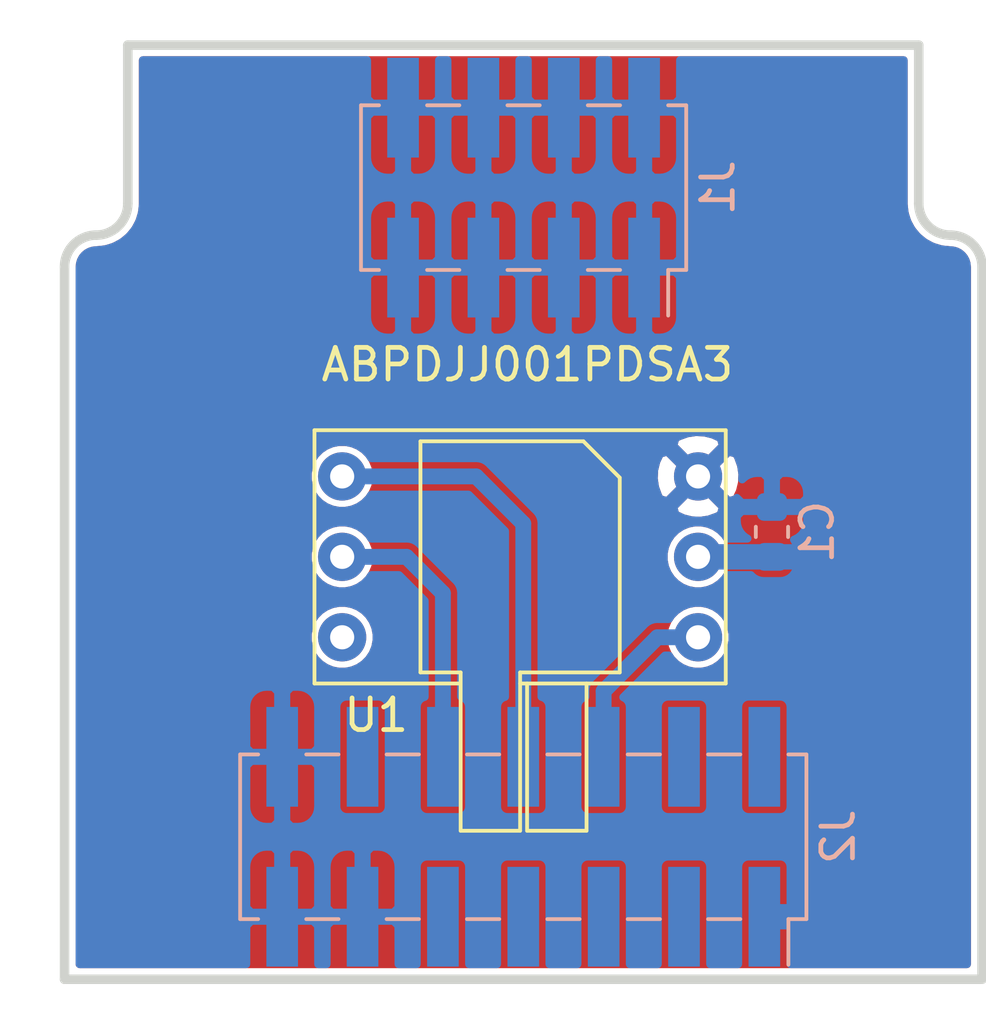
<source format=kicad_pcb>
(kicad_pcb (version 20171130) (host pcbnew 5.1.5-52549c5~86~ubuntu16.04.1)

  (general
    (thickness 1.6)
    (drawings 11)
    (tracks 17)
    (zones 0)
    (modules 4)
    (nets 12)
  )

  (page A4)
  (layers
    (0 F.Cu signal)
    (1 In1.Cu signal)
    (2 In2.Cu signal)
    (31 B.Cu signal)
    (32 B.Adhes user)
    (33 F.Adhes user)
    (34 B.Paste user)
    (35 F.Paste user)
    (36 B.SilkS user)
    (37 F.SilkS user)
    (38 B.Mask user)
    (39 F.Mask user)
    (40 Dwgs.User user)
    (41 Cmts.User user)
    (42 Eco1.User user)
    (43 Eco2.User user)
    (44 Edge.Cuts user)
    (45 Margin user)
    (46 B.CrtYd user)
    (47 F.CrtYd user)
    (48 B.Fab user hide)
    (49 F.Fab user hide)
  )

  (setup
    (last_trace_width 0.8)
    (user_trace_width 0.2)
    (user_trace_width 0.3)
    (user_trace_width 0.4)
    (user_trace_width 0.5)
    (user_trace_width 0.8)
    (user_trace_width 1)
    (user_trace_width 1.5)
    (user_trace_width 2)
    (user_trace_width 3)
    (trace_clearance 0.2)
    (zone_clearance 0.2)
    (zone_45_only yes)
    (trace_min 0.2)
    (via_size 0.8)
    (via_drill 0.4)
    (via_min_size 0.3)
    (via_min_drill 0.3)
    (user_via 0.6 0.3)
    (user_via 0.7 0.5)
    (user_via 1.2 0.8)
    (user_via 2 0.8)
    (uvia_size 0.8)
    (uvia_drill 0.4)
    (uvias_allowed no)
    (uvia_min_size 0.2)
    (uvia_min_drill 0.1)
    (edge_width 0.15)
    (segment_width 0.2)
    (pcb_text_width 0.3)
    (pcb_text_size 1.5 1.5)
    (mod_edge_width 0.15)
    (mod_text_size 1 1)
    (mod_text_width 0.15)
    (pad_size 0.6 1.65)
    (pad_drill 0)
    (pad_to_mask_clearance 0.2)
    (solder_mask_min_width 0.2)
    (aux_axis_origin 0 0)
    (visible_elements FFFFFF7F)
    (pcbplotparams
      (layerselection 0x010fc_ffffffff)
      (usegerberextensions false)
      (usegerberattributes false)
      (usegerberadvancedattributes false)
      (creategerberjobfile false)
      (excludeedgelayer true)
      (linewidth 0.100000)
      (plotframeref false)
      (viasonmask false)
      (mode 1)
      (useauxorigin false)
      (hpglpennumber 1)
      (hpglpenspeed 20)
      (hpglpendiameter 15.000000)
      (psnegative false)
      (psa4output false)
      (plotreference true)
      (plotvalue true)
      (plotinvisibletext false)
      (padsonsilk false)
      (subtractmaskfromsilk false)
      (outputformat 1)
      (mirror false)
      (drillshape 0)
      (scaleselection 1)
      (outputdirectory "gerber/"))
  )

  (net 0 "")
  (net 1 GND)
  (net 2 +5V)
  (net 3 +3V3)
  (net 4 /I2C_CLK)
  (net 5 /SPI_CS)
  (net 6 /I2C_SDA)
  (net 7 /SPI_CLK)
  (net 8 /Analog)
  (net 9 /SPI_MISO)
  (net 10 /SPI_MOSI)
  (net 11 "Net-(U1-Pad4)")

  (net_class Default "This is the default net class."
    (clearance 0.2)
    (trace_width 0.2)
    (via_dia 0.8)
    (via_drill 0.4)
    (uvia_dia 0.8)
    (uvia_drill 0.4)
    (add_net +3V3)
    (add_net +5V)
    (add_net /Analog)
    (add_net /I2C_CLK)
    (add_net /I2C_SDA)
    (add_net /SPI_CLK)
    (add_net /SPI_CS)
    (add_net /SPI_MISO)
    (add_net /SPI_MOSI)
    (add_net GND)
    (add_net "Net-(U1-Pad4)")
  )

  (module Connector_PinHeader_2.54mm:PinHeader_2x07_P2.54mm_Vertical_SMD (layer B.Cu) (tedit 59FED5CC) (tstamp 5EF49BE1)
    (at 112.95 55.08 90)
    (descr "surface-mounted straight pin header, 2x07, 2.54mm pitch, double rows")
    (tags "Surface mounted pin header SMD 2x07 2.54mm double row")
    (path /5EF420CD)
    (attr smd)
    (fp_text reference J2 (at 0 9.95 90) (layer B.SilkS)
      (effects (font (size 1 1) (thickness 0.15)) (justify mirror))
    )
    (fp_text value Conn_02x07_Odd_Even (at 0 -9.95 90) (layer B.Fab)
      (effects (font (size 1 1) (thickness 0.15)) (justify mirror))
    )
    (fp_line (start 2.54 -8.89) (end -2.54 -8.89) (layer B.Fab) (width 0.1))
    (fp_line (start -1.59 8.89) (end 2.54 8.89) (layer B.Fab) (width 0.1))
    (fp_line (start -2.54 -8.89) (end -2.54 7.94) (layer B.Fab) (width 0.1))
    (fp_line (start -2.54 7.94) (end -1.59 8.89) (layer B.Fab) (width 0.1))
    (fp_line (start 2.54 8.89) (end 2.54 -8.89) (layer B.Fab) (width 0.1))
    (fp_line (start -2.54 7.94) (end -3.6 7.94) (layer B.Fab) (width 0.1))
    (fp_line (start -3.6 7.94) (end -3.6 7.3) (layer B.Fab) (width 0.1))
    (fp_line (start -3.6 7.3) (end -2.54 7.3) (layer B.Fab) (width 0.1))
    (fp_line (start 2.54 7.94) (end 3.6 7.94) (layer B.Fab) (width 0.1))
    (fp_line (start 3.6 7.94) (end 3.6 7.3) (layer B.Fab) (width 0.1))
    (fp_line (start 3.6 7.3) (end 2.54 7.3) (layer B.Fab) (width 0.1))
    (fp_line (start -2.54 5.4) (end -3.6 5.4) (layer B.Fab) (width 0.1))
    (fp_line (start -3.6 5.4) (end -3.6 4.76) (layer B.Fab) (width 0.1))
    (fp_line (start -3.6 4.76) (end -2.54 4.76) (layer B.Fab) (width 0.1))
    (fp_line (start 2.54 5.4) (end 3.6 5.4) (layer B.Fab) (width 0.1))
    (fp_line (start 3.6 5.4) (end 3.6 4.76) (layer B.Fab) (width 0.1))
    (fp_line (start 3.6 4.76) (end 2.54 4.76) (layer B.Fab) (width 0.1))
    (fp_line (start -2.54 2.86) (end -3.6 2.86) (layer B.Fab) (width 0.1))
    (fp_line (start -3.6 2.86) (end -3.6 2.22) (layer B.Fab) (width 0.1))
    (fp_line (start -3.6 2.22) (end -2.54 2.22) (layer B.Fab) (width 0.1))
    (fp_line (start 2.54 2.86) (end 3.6 2.86) (layer B.Fab) (width 0.1))
    (fp_line (start 3.6 2.86) (end 3.6 2.22) (layer B.Fab) (width 0.1))
    (fp_line (start 3.6 2.22) (end 2.54 2.22) (layer B.Fab) (width 0.1))
    (fp_line (start -2.54 0.32) (end -3.6 0.32) (layer B.Fab) (width 0.1))
    (fp_line (start -3.6 0.32) (end -3.6 -0.32) (layer B.Fab) (width 0.1))
    (fp_line (start -3.6 -0.32) (end -2.54 -0.32) (layer B.Fab) (width 0.1))
    (fp_line (start 2.54 0.32) (end 3.6 0.32) (layer B.Fab) (width 0.1))
    (fp_line (start 3.6 0.32) (end 3.6 -0.32) (layer B.Fab) (width 0.1))
    (fp_line (start 3.6 -0.32) (end 2.54 -0.32) (layer B.Fab) (width 0.1))
    (fp_line (start -2.54 -2.22) (end -3.6 -2.22) (layer B.Fab) (width 0.1))
    (fp_line (start -3.6 -2.22) (end -3.6 -2.86) (layer B.Fab) (width 0.1))
    (fp_line (start -3.6 -2.86) (end -2.54 -2.86) (layer B.Fab) (width 0.1))
    (fp_line (start 2.54 -2.22) (end 3.6 -2.22) (layer B.Fab) (width 0.1))
    (fp_line (start 3.6 -2.22) (end 3.6 -2.86) (layer B.Fab) (width 0.1))
    (fp_line (start 3.6 -2.86) (end 2.54 -2.86) (layer B.Fab) (width 0.1))
    (fp_line (start -2.54 -4.76) (end -3.6 -4.76) (layer B.Fab) (width 0.1))
    (fp_line (start -3.6 -4.76) (end -3.6 -5.4) (layer B.Fab) (width 0.1))
    (fp_line (start -3.6 -5.4) (end -2.54 -5.4) (layer B.Fab) (width 0.1))
    (fp_line (start 2.54 -4.76) (end 3.6 -4.76) (layer B.Fab) (width 0.1))
    (fp_line (start 3.6 -4.76) (end 3.6 -5.4) (layer B.Fab) (width 0.1))
    (fp_line (start 3.6 -5.4) (end 2.54 -5.4) (layer B.Fab) (width 0.1))
    (fp_line (start -2.54 -7.3) (end -3.6 -7.3) (layer B.Fab) (width 0.1))
    (fp_line (start -3.6 -7.3) (end -3.6 -7.94) (layer B.Fab) (width 0.1))
    (fp_line (start -3.6 -7.94) (end -2.54 -7.94) (layer B.Fab) (width 0.1))
    (fp_line (start 2.54 -7.3) (end 3.6 -7.3) (layer B.Fab) (width 0.1))
    (fp_line (start 3.6 -7.3) (end 3.6 -7.94) (layer B.Fab) (width 0.1))
    (fp_line (start 3.6 -7.94) (end 2.54 -7.94) (layer B.Fab) (width 0.1))
    (fp_line (start -2.6 8.95) (end 2.6 8.95) (layer B.SilkS) (width 0.12))
    (fp_line (start -2.6 -8.95) (end 2.6 -8.95) (layer B.SilkS) (width 0.12))
    (fp_line (start -4.04 8.38) (end -2.6 8.38) (layer B.SilkS) (width 0.12))
    (fp_line (start -2.6 8.95) (end -2.6 8.38) (layer B.SilkS) (width 0.12))
    (fp_line (start 2.6 8.95) (end 2.6 8.38) (layer B.SilkS) (width 0.12))
    (fp_line (start -2.6 -8.38) (end -2.6 -8.95) (layer B.SilkS) (width 0.12))
    (fp_line (start 2.6 -8.38) (end 2.6 -8.95) (layer B.SilkS) (width 0.12))
    (fp_line (start -2.6 6.86) (end -2.6 5.84) (layer B.SilkS) (width 0.12))
    (fp_line (start 2.6 6.86) (end 2.6 5.84) (layer B.SilkS) (width 0.12))
    (fp_line (start -2.6 4.32) (end -2.6 3.3) (layer B.SilkS) (width 0.12))
    (fp_line (start 2.6 4.32) (end 2.6 3.3) (layer B.SilkS) (width 0.12))
    (fp_line (start -2.6 1.78) (end -2.6 0.76) (layer B.SilkS) (width 0.12))
    (fp_line (start 2.6 1.78) (end 2.6 0.76) (layer B.SilkS) (width 0.12))
    (fp_line (start -2.6 -0.76) (end -2.6 -1.78) (layer B.SilkS) (width 0.12))
    (fp_line (start 2.6 -0.76) (end 2.6 -1.78) (layer B.SilkS) (width 0.12))
    (fp_line (start -2.6 -3.3) (end -2.6 -4.32) (layer B.SilkS) (width 0.12))
    (fp_line (start 2.6 -3.3) (end 2.6 -4.32) (layer B.SilkS) (width 0.12))
    (fp_line (start -2.6 -5.84) (end -2.6 -6.86) (layer B.SilkS) (width 0.12))
    (fp_line (start 2.6 -5.84) (end 2.6 -6.86) (layer B.SilkS) (width 0.12))
    (fp_line (start -5.9 9.4) (end -5.9 -9.4) (layer B.CrtYd) (width 0.05))
    (fp_line (start -5.9 -9.4) (end 5.9 -9.4) (layer B.CrtYd) (width 0.05))
    (fp_line (start 5.9 -9.4) (end 5.9 9.4) (layer B.CrtYd) (width 0.05))
    (fp_line (start 5.9 9.4) (end -5.9 9.4) (layer B.CrtYd) (width 0.05))
    (fp_text user %R (at 0 0 180) (layer B.Fab)
      (effects (font (size 1 1) (thickness 0.15)) (justify mirror))
    )
    (pad 1 smd rect (at -2.525 7.62 90) (size 3.15 1) (layers B.Cu B.Paste B.Mask)
      (net 3 +3V3))
    (pad 2 smd rect (at 2.525 7.62 90) (size 3.15 1) (layers B.Cu B.Paste B.Mask)
      (net 2 +5V))
    (pad 3 smd rect (at -2.525 5.08 90) (size 3.15 1) (layers B.Cu B.Paste B.Mask)
      (net 3 +3V3))
    (pad 4 smd rect (at 2.525 5.08 90) (size 3.15 1) (layers B.Cu B.Paste B.Mask)
      (net 2 +5V))
    (pad 5 smd rect (at -2.525 2.54 90) (size 3.15 1) (layers B.Cu B.Paste B.Mask)
      (net 4 /I2C_CLK))
    (pad 6 smd rect (at 2.525 2.54 90) (size 3.15 1) (layers B.Cu B.Paste B.Mask)
      (net 5 /SPI_CS))
    (pad 7 smd rect (at -2.525 0 90) (size 3.15 1) (layers B.Cu B.Paste B.Mask)
      (net 6 /I2C_SDA))
    (pad 8 smd rect (at 2.525 0 90) (size 3.15 1) (layers B.Cu B.Paste B.Mask)
      (net 7 /SPI_CLK))
    (pad 9 smd rect (at -2.525 -2.54 90) (size 3.15 1) (layers B.Cu B.Paste B.Mask)
      (net 8 /Analog))
    (pad 10 smd rect (at 2.525 -2.54 90) (size 3.15 1) (layers B.Cu B.Paste B.Mask)
      (net 9 /SPI_MISO))
    (pad 11 smd rect (at -2.525 -5.08 90) (size 3.15 1) (layers B.Cu B.Paste B.Mask)
      (net 1 GND))
    (pad 12 smd rect (at 2.525 -5.08 90) (size 3.15 1) (layers B.Cu B.Paste B.Mask)
      (net 10 /SPI_MOSI))
    (pad 13 smd rect (at -2.525 -7.62 90) (size 3.15 1) (layers B.Cu B.Paste B.Mask)
      (net 1 GND))
    (pad 14 smd rect (at 2.525 -7.62 90) (size 3.15 1) (layers B.Cu B.Paste B.Mask)
      (net 1 GND))
    (model ${KISYS3DMOD}/Connector_PinHeader_2.54mm.3dshapes/PinHeader_2x07_P2.54mm_Vertical_SMD.wrl
      (at (xyz 0 0 0))
      (scale (xyz 1 1 1))
      (rotate (xyz 0 0 0))
    )
  )

  (module Connector_PinHeader_2.54mm:PinHeader_2x04_P2.54mm_Vertical_SMD locked (layer B.Cu) (tedit 59FED5CC) (tstamp 5EF49E0D)
    (at 112.96 34.58 90)
    (descr "surface-mounted straight pin header, 2x04, 2.54mm pitch, double rows")
    (tags "Surface mounted pin header SMD 2x04 2.54mm double row")
    (path /5EF3F442)
    (attr smd)
    (fp_text reference J1 (at 0 6.14 90) (layer B.SilkS)
      (effects (font (size 1 1) (thickness 0.15)) (justify mirror))
    )
    (fp_text value Conn_02x04_Odd_Even (at 0 -6.14 90) (layer B.Fab)
      (effects (font (size 1 1) (thickness 0.15)) (justify mirror))
    )
    (fp_line (start 2.54 -5.08) (end -2.54 -5.08) (layer B.Fab) (width 0.1))
    (fp_line (start -1.59 5.08) (end 2.54 5.08) (layer B.Fab) (width 0.1))
    (fp_line (start -2.54 -5.08) (end -2.54 4.13) (layer B.Fab) (width 0.1))
    (fp_line (start -2.54 4.13) (end -1.59 5.08) (layer B.Fab) (width 0.1))
    (fp_line (start 2.54 5.08) (end 2.54 -5.08) (layer B.Fab) (width 0.1))
    (fp_line (start -2.54 4.13) (end -3.6 4.13) (layer B.Fab) (width 0.1))
    (fp_line (start -3.6 4.13) (end -3.6 3.49) (layer B.Fab) (width 0.1))
    (fp_line (start -3.6 3.49) (end -2.54 3.49) (layer B.Fab) (width 0.1))
    (fp_line (start 2.54 4.13) (end 3.6 4.13) (layer B.Fab) (width 0.1))
    (fp_line (start 3.6 4.13) (end 3.6 3.49) (layer B.Fab) (width 0.1))
    (fp_line (start 3.6 3.49) (end 2.54 3.49) (layer B.Fab) (width 0.1))
    (fp_line (start -2.54 1.59) (end -3.6 1.59) (layer B.Fab) (width 0.1))
    (fp_line (start -3.6 1.59) (end -3.6 0.95) (layer B.Fab) (width 0.1))
    (fp_line (start -3.6 0.95) (end -2.54 0.95) (layer B.Fab) (width 0.1))
    (fp_line (start 2.54 1.59) (end 3.6 1.59) (layer B.Fab) (width 0.1))
    (fp_line (start 3.6 1.59) (end 3.6 0.95) (layer B.Fab) (width 0.1))
    (fp_line (start 3.6 0.95) (end 2.54 0.95) (layer B.Fab) (width 0.1))
    (fp_line (start -2.54 -0.95) (end -3.6 -0.95) (layer B.Fab) (width 0.1))
    (fp_line (start -3.6 -0.95) (end -3.6 -1.59) (layer B.Fab) (width 0.1))
    (fp_line (start -3.6 -1.59) (end -2.54 -1.59) (layer B.Fab) (width 0.1))
    (fp_line (start 2.54 -0.95) (end 3.6 -0.95) (layer B.Fab) (width 0.1))
    (fp_line (start 3.6 -0.95) (end 3.6 -1.59) (layer B.Fab) (width 0.1))
    (fp_line (start 3.6 -1.59) (end 2.54 -1.59) (layer B.Fab) (width 0.1))
    (fp_line (start -2.54 -3.49) (end -3.6 -3.49) (layer B.Fab) (width 0.1))
    (fp_line (start -3.6 -3.49) (end -3.6 -4.13) (layer B.Fab) (width 0.1))
    (fp_line (start -3.6 -4.13) (end -2.54 -4.13) (layer B.Fab) (width 0.1))
    (fp_line (start 2.54 -3.49) (end 3.6 -3.49) (layer B.Fab) (width 0.1))
    (fp_line (start 3.6 -3.49) (end 3.6 -4.13) (layer B.Fab) (width 0.1))
    (fp_line (start 3.6 -4.13) (end 2.54 -4.13) (layer B.Fab) (width 0.1))
    (fp_line (start -2.6 5.14) (end 2.6 5.14) (layer B.SilkS) (width 0.12))
    (fp_line (start -2.6 -5.14) (end 2.6 -5.14) (layer B.SilkS) (width 0.12))
    (fp_line (start -4.04 4.57) (end -2.6 4.57) (layer B.SilkS) (width 0.12))
    (fp_line (start -2.6 5.14) (end -2.6 4.57) (layer B.SilkS) (width 0.12))
    (fp_line (start 2.6 5.14) (end 2.6 4.57) (layer B.SilkS) (width 0.12))
    (fp_line (start -2.6 -4.57) (end -2.6 -5.14) (layer B.SilkS) (width 0.12))
    (fp_line (start 2.6 -4.57) (end 2.6 -5.14) (layer B.SilkS) (width 0.12))
    (fp_line (start -2.6 3.05) (end -2.6 2.03) (layer B.SilkS) (width 0.12))
    (fp_line (start 2.6 3.05) (end 2.6 2.03) (layer B.SilkS) (width 0.12))
    (fp_line (start -2.6 0.51) (end -2.6 -0.51) (layer B.SilkS) (width 0.12))
    (fp_line (start 2.6 0.51) (end 2.6 -0.51) (layer B.SilkS) (width 0.12))
    (fp_line (start -2.6 -2.03) (end -2.6 -3.05) (layer B.SilkS) (width 0.12))
    (fp_line (start 2.6 -2.03) (end 2.6 -3.05) (layer B.SilkS) (width 0.12))
    (fp_line (start -5.9 5.6) (end -5.9 -5.6) (layer B.CrtYd) (width 0.05))
    (fp_line (start -5.9 -5.6) (end 5.9 -5.6) (layer B.CrtYd) (width 0.05))
    (fp_line (start 5.9 -5.6) (end 5.9 5.6) (layer B.CrtYd) (width 0.05))
    (fp_line (start 5.9 5.6) (end -5.9 5.6) (layer B.CrtYd) (width 0.05))
    (fp_text user %R (at 0 0 180) (layer B.Fab)
      (effects (font (size 1 1) (thickness 0.15)) (justify mirror))
    )
    (pad 1 smd rect (at -2.525 3.81 90) (size 3.15 1) (layers B.Cu B.Paste B.Mask)
      (net 1 GND))
    (pad 2 smd rect (at 2.525 3.81 90) (size 3.15 1) (layers B.Cu B.Paste B.Mask)
      (net 1 GND))
    (pad 3 smd rect (at -2.525 1.27 90) (size 3.15 1) (layers B.Cu B.Paste B.Mask)
      (net 1 GND))
    (pad 4 smd rect (at 2.525 1.27 90) (size 3.15 1) (layers B.Cu B.Paste B.Mask)
      (net 1 GND))
    (pad 5 smd rect (at -2.525 -1.27 90) (size 3.15 1) (layers B.Cu B.Paste B.Mask)
      (net 1 GND))
    (pad 6 smd rect (at 2.525 -1.27 90) (size 3.15 1) (layers B.Cu B.Paste B.Mask)
      (net 1 GND))
    (pad 7 smd rect (at -2.525 -3.81 90) (size 3.15 1) (layers B.Cu B.Paste B.Mask)
      (net 1 GND))
    (pad 8 smd rect (at 2.525 -3.81 90) (size 3.15 1) (layers B.Cu B.Paste B.Mask)
      (net 1 GND))
    (model ${KISYS3DMOD}/Connector_PinHeader_2.54mm.3dshapes/PinHeader_2x04_P2.54mm_Vertical_SMD.wrl
      (at (xyz 0 0 0))
      (scale (xyz 1 1 1))
      (rotate (xyz 0 0 0))
    )
  )

  (module Capacitor_SMD:C_0603_1608Metric (layer B.Cu) (tedit 5B301BBE) (tstamp 5F06A424)
    (at 120.81 45.4525 90)
    (descr "Capacitor SMD 0603 (1608 Metric), square (rectangular) end terminal, IPC_7351 nominal, (Body size source: http://www.tortai-tech.com/upload/download/2011102023233369053.pdf), generated with kicad-footprint-generator")
    (tags capacitor)
    (path /5EF4B509)
    (attr smd)
    (fp_text reference C1 (at 0 1.43 90) (layer B.SilkS)
      (effects (font (size 1 1) (thickness 0.15)) (justify mirror))
    )
    (fp_text value 0.1u (at 0 -1.43 90) (layer B.Fab)
      (effects (font (size 1 1) (thickness 0.15)) (justify mirror))
    )
    (fp_line (start -0.8 -0.4) (end -0.8 0.4) (layer B.Fab) (width 0.1))
    (fp_line (start -0.8 0.4) (end 0.8 0.4) (layer B.Fab) (width 0.1))
    (fp_line (start 0.8 0.4) (end 0.8 -0.4) (layer B.Fab) (width 0.1))
    (fp_line (start 0.8 -0.4) (end -0.8 -0.4) (layer B.Fab) (width 0.1))
    (fp_line (start -0.162779 0.51) (end 0.162779 0.51) (layer B.SilkS) (width 0.12))
    (fp_line (start -0.162779 -0.51) (end 0.162779 -0.51) (layer B.SilkS) (width 0.12))
    (fp_line (start -1.48 -0.73) (end -1.48 0.73) (layer B.CrtYd) (width 0.05))
    (fp_line (start -1.48 0.73) (end 1.48 0.73) (layer B.CrtYd) (width 0.05))
    (fp_line (start 1.48 0.73) (end 1.48 -0.73) (layer B.CrtYd) (width 0.05))
    (fp_line (start 1.48 -0.73) (end -1.48 -0.73) (layer B.CrtYd) (width 0.05))
    (fp_text user %R (at 0 0 90) (layer B.Fab)
      (effects (font (size 0.4 0.4) (thickness 0.06)) (justify mirror))
    )
    (pad 1 smd roundrect (at -0.7875 0 90) (size 0.875 0.95) (layers B.Cu B.Paste B.Mask) (roundrect_rratio 0.25)
      (net 3 +3V3))
    (pad 2 smd roundrect (at 0.7875 0 90) (size 0.875 0.95) (layers B.Cu B.Paste B.Mask) (roundrect_rratio 0.25)
      (net 1 GND))
    (model ${KISYS3DMOD}/Capacitor_SMD.3dshapes/C_0603_1608Metric.wrl
      (at (xyz 0 0 0))
      (scale (xyz 1 1 1))
      (rotate (xyz 0 0 0))
    )
  )

  (module TH_project:DIP_JJ (layer F.Cu) (tedit 5F06AB2C) (tstamp 5F06F625)
    (at 112.85 46.24 270)
    (path /5F06B6F0)
    (fp_text reference U1 (at 5 4.55) (layer F.SilkS)
      (effects (font (size 1 1) (thickness 0.15)))
    )
    (fp_text value ABPDJJ001PDSA3 (at 4.85 -3.2) (layer F.Fab)
      (effects (font (size 1 1) (thickness 0.15)))
    )
    (fp_line (start 4 -6.5) (end 4 0) (layer F.SilkS) (width 0.12))
    (fp_line (start 8.65 -0.22) (end 4 -0.22) (layer F.SilkS) (width 0.12))
    (fp_line (start 4 -2.1) (end 8.65 -2.1) (layer F.SilkS) (width 0.12))
    (fp_line (start 8.65 -2.1) (end 8.65 -0.22) (layer F.SilkS) (width 0.12))
    (fp_line (start 3.65 1.88) (end 3.65 3.15) (layer F.SilkS) (width 0.12))
    (fp_line (start 8.65 1.88) (end 3.65 1.88) (layer F.SilkS) (width 0.12))
    (fp_line (start 8.65 0) (end 8.65 1.88) (layer F.SilkS) (width 0.12))
    (fp_line (start 3.65 0) (end 8.65 0) (layer F.SilkS) (width 0.12))
    (fp_line (start -3.65 -2) (end -2.5 -3.15) (layer F.SilkS) (width 0.12))
    (fp_line (start -3.65 3.15) (end -3.65 -2) (layer F.SilkS) (width 0.12))
    (fp_line (start 3.65 3.15) (end -3.65 3.15) (layer F.SilkS) (width 0.12))
    (fp_line (start 3.65 -3.15) (end 3.65 0) (layer F.SilkS) (width 0.12))
    (fp_line (start -2.5 -3.15) (end 3.65 -3.15) (layer F.SilkS) (width 0.12))
    (fp_line (start -4 6.5) (end -4 -6.5) (layer F.SilkS) (width 0.12))
    (fp_line (start 4 6.5) (end -4 6.5) (layer F.SilkS) (width 0.12))
    (fp_line (start 4 1.9) (end 4 6.5) (layer F.SilkS) (width 0.12))
    (fp_line (start -4 -6.5) (end 4 -6.5) (layer F.SilkS) (width 0.12))
    (pad 6 thru_hole circle (at -2.54 5.625 270) (size 1.524 1.524) (drill 0.762) (layers *.Cu *.Mask)
      (net 7 /SPI_CLK))
    (pad 5 thru_hole circle (at 0 5.625 270) (size 1.524 1.524) (drill 0.762) (layers *.Cu *.Mask)
      (net 9 /SPI_MISO))
    (pad 4 thru_hole circle (at 2.54 5.625 270) (size 1.524 1.524) (drill 0.762) (layers *.Cu *.Mask)
      (net 11 "Net-(U1-Pad4)"))
    (pad 3 thru_hole circle (at 2.54 -5.625 270) (size 1.524 1.524) (drill 0.762) (layers *.Cu *.Mask)
      (net 5 /SPI_CS))
    (pad 2 thru_hole circle (at 0 -5.625 270) (size 1.524 1.524) (drill 0.762) (layers *.Cu *.Mask)
      (net 3 +3V3))
    (pad 1 thru_hole circle (at -2.54 -5.625 270) (size 1.524 1.524) (drill 0.762) (layers *.Cu *.Mask)
      (net 1 GND))
  )

  (gr_text ABPDJJ001PDSA3 (at 113.08 40.17) (layer F.SilkS)
    (effects (font (size 1 1) (thickness 0.15)))
  )
  (gr_arc (start 99.45 35.08) (end 99.45 36.08) (angle -90) (layer Edge.Cuts) (width 0.3) (tstamp 5EF415DC))
  (gr_arc (start 99.45 37.08) (end 99.45 36.08) (angle -90) (layer Edge.Cuts) (width 0.3) (tstamp 5EF415DB))
  (gr_line (start 100.45 35.08) (end 100.45 30.08) (layer Edge.Cuts) (width 0.3) (tstamp 5EF415DA))
  (gr_line (start 98.45 37.08) (end 98.45 59.58) (layer Edge.Cuts) (width 0.3) (tstamp 5EF415D9))
  (gr_line (start 100.45 30.08) (end 125.45 30.08) (layer Edge.Cuts) (width 0.3) (tstamp 5EF415D8))
  (gr_line (start 125.45 30.08) (end 125.45 35.08) (layer Edge.Cuts) (width 0.3) (tstamp 5EF415D7))
  (gr_arc (start 126.45 35.08) (end 125.45 35.08) (angle -90) (layer Edge.Cuts) (width 0.3) (tstamp 5EF415D6))
  (gr_arc (start 126.45 37.08) (end 127.45 37.08) (angle -90) (layer Edge.Cuts) (width 0.3) (tstamp 5EF415D5))
  (gr_line (start 127.45 37.08) (end 127.45 59.58) (layer Edge.Cuts) (width 0.3) (tstamp 5EF415D4))
  (gr_line (start 127.45 59.58) (end 98.45 59.58) (layer Edge.Cuts) (width 0.3) (tstamp 5EF415D3))

  (segment (start 120.81 46.24) (end 118.475 46.24) (width 0.8) (layer B.Cu) (net 3))
  (segment (start 121.82 46.24) (end 120.81 46.24) (width 0.8) (layer B.Cu) (net 3))
  (segment (start 120.57 57.605) (end 121.87 57.605) (width 0.8) (layer B.Cu) (net 3))
  (segment (start 121.87 57.605) (end 122.95 56.525) (width 0.8) (layer B.Cu) (net 3))
  (segment (start 122.95 56.525) (end 122.95 47.37) (width 0.8) (layer B.Cu) (net 3))
  (segment (start 122.95 47.37) (end 121.82 46.24) (width 0.8) (layer B.Cu) (net 3))
  (segment (start 115.49 53.81) (end 115.49 52.607919) (width 0.5) (layer B.Cu) (net 5))
  (segment (start 117.39737 48.78) (end 118.475 48.78) (width 0.5) (layer B.Cu) (net 5))
  (segment (start 115.49 50.48) (end 117.19 48.78) (width 0.5) (layer B.Cu) (net 5))
  (segment (start 117.19 48.78) (end 117.39737 48.78) (width 0.5) (layer B.Cu) (net 5))
  (segment (start 115.49 52.555) (end 115.49 50.48) (width 0.5) (layer B.Cu) (net 5))
  (segment (start 111.46 43.7) (end 107.225 43.7) (width 0.5) (layer B.Cu) (net 7))
  (segment (start 112.95 45.19) (end 111.46 43.7) (width 0.5) (layer B.Cu) (net 7))
  (segment (start 112.95 52.555) (end 112.95 45.19) (width 0.5) (layer B.Cu) (net 7))
  (segment (start 110.41 52.555) (end 110.41 47.39) (width 0.5) (layer B.Cu) (net 9))
  (segment (start 109.26 46.24) (end 107.225 46.24) (width 0.5) (layer B.Cu) (net 9))
  (segment (start 110.41 47.39) (end 109.26 46.24) (width 0.5) (layer B.Cu) (net 9))

  (zone (net 1) (net_name GND) (layer B.Cu) (tstamp 0) (hatch edge 0.508)
    (connect_pads (clearance 0.2))
    (min_thickness 0.254)
    (fill yes (arc_segments 32) (thermal_gap 0.508) (thermal_bridge_width 0.508))
    (polygon
      (pts
        (xy 127.45 59.6) (xy 96.41 59.6) (xy 96.41 30.01) (xy 127.45 30.01)
      )
    )
    (filled_polygon
      (pts
        (xy 108.015 31.76925) (xy 108.17375 31.928) (xy 109.023 31.928) (xy 109.023 31.908) (xy 109.277 31.908)
        (xy 109.277 31.928) (xy 110.12625 31.928) (xy 110.285 31.76925) (xy 110.287889 30.557) (xy 110.552111 30.557)
        (xy 110.555 31.76925) (xy 110.71375 31.928) (xy 111.563 31.928) (xy 111.563 31.908) (xy 111.817 31.908)
        (xy 111.817 31.928) (xy 112.66625 31.928) (xy 112.825 31.76925) (xy 112.827889 30.557) (xy 113.092111 30.557)
        (xy 113.095 31.76925) (xy 113.25375 31.928) (xy 114.103 31.928) (xy 114.103 31.908) (xy 114.357 31.908)
        (xy 114.357 31.928) (xy 115.20625 31.928) (xy 115.365 31.76925) (xy 115.367889 30.557) (xy 115.632111 30.557)
        (xy 115.635 31.76925) (xy 115.79375 31.928) (xy 116.643 31.928) (xy 116.643 31.908) (xy 116.897 31.908)
        (xy 116.897 31.928) (xy 117.74625 31.928) (xy 117.905 31.76925) (xy 117.907889 30.557) (xy 124.973 30.557)
        (xy 124.973001 35.103423) (xy 124.97503 35.124025) (xy 124.974987 35.130214) (xy 124.975637 35.136842) (xy 124.996038 35.330939)
        (xy 125.004734 35.373303) (xy 125.012832 35.415755) (xy 125.014756 35.422126) (xy 125.014757 35.422132) (xy 125.014759 35.422138)
        (xy 125.072469 35.608568) (xy 125.08922 35.648418) (xy 125.105417 35.688508) (xy 125.108542 35.694384) (xy 125.108544 35.694389)
        (xy 125.108547 35.694393) (xy 125.201369 35.866065) (xy 125.225564 35.901936) (xy 125.249218 35.938084) (xy 125.25342 35.943236)
        (xy 125.253426 35.943244) (xy 125.253433 35.943251) (xy 125.377832 36.093623) (xy 125.408498 36.124076) (xy 125.438756 36.154975)
        (xy 125.443882 36.159214) (xy 125.443888 36.15922) (xy 125.443895 36.159224) (xy 125.59513 36.282569) (xy 125.631133 36.306489)
        (xy 125.666812 36.33092) (xy 125.672666 36.334084) (xy 125.67267 36.334087) (xy 125.672674 36.334089) (xy 125.844993 36.425712)
        (xy 125.884972 36.44219) (xy 125.9247 36.459218) (xy 125.931056 36.461185) (xy 125.931063 36.461188) (xy 125.93107 36.461189)
        (xy 126.117898 36.517597) (xy 126.160337 36.526) (xy 126.202595 36.534983) (xy 126.209212 36.535677) (xy 126.20922 36.535679)
        (xy 126.209228 36.535679) (xy 126.403452 36.554723) (xy 126.551139 36.569204) (xy 126.648432 36.598579) (xy 126.738159 36.646287)
        (xy 126.816911 36.710517) (xy 126.88169 36.78882) (xy 126.930026 36.878216) (xy 126.960077 36.975296) (xy 126.973 37.098248)
        (xy 126.973001 59.103) (xy 121.398582 59.103) (xy 121.398582 56.03) (xy 121.392268 55.965897) (xy 121.37357 55.904257)
        (xy 121.343206 55.84745) (xy 121.302343 55.797657) (xy 121.25255 55.756794) (xy 121.195743 55.72643) (xy 121.134103 55.707732)
        (xy 121.07 55.701418) (xy 120.07 55.701418) (xy 120.005897 55.707732) (xy 119.944257 55.72643) (xy 119.88745 55.756794)
        (xy 119.837657 55.797657) (xy 119.796794 55.84745) (xy 119.76643 55.904257) (xy 119.747732 55.965897) (xy 119.741418 56.03)
        (xy 119.741418 59.103) (xy 118.858582 59.103) (xy 118.858582 56.03) (xy 118.852268 55.965897) (xy 118.83357 55.904257)
        (xy 118.803206 55.84745) (xy 118.762343 55.797657) (xy 118.71255 55.756794) (xy 118.655743 55.72643) (xy 118.594103 55.707732)
        (xy 118.53 55.701418) (xy 117.53 55.701418) (xy 117.465897 55.707732) (xy 117.404257 55.72643) (xy 117.34745 55.756794)
        (xy 117.297657 55.797657) (xy 117.256794 55.84745) (xy 117.22643 55.904257) (xy 117.207732 55.965897) (xy 117.201418 56.03)
        (xy 117.201418 59.103) (xy 116.318582 59.103) (xy 116.318582 56.03) (xy 116.312268 55.965897) (xy 116.29357 55.904257)
        (xy 116.263206 55.84745) (xy 116.222343 55.797657) (xy 116.17255 55.756794) (xy 116.115743 55.72643) (xy 116.054103 55.707732)
        (xy 115.99 55.701418) (xy 114.99 55.701418) (xy 114.925897 55.707732) (xy 114.864257 55.72643) (xy 114.80745 55.756794)
        (xy 114.757657 55.797657) (xy 114.716794 55.84745) (xy 114.68643 55.904257) (xy 114.667732 55.965897) (xy 114.661418 56.03)
        (xy 114.661418 59.103) (xy 113.778582 59.103) (xy 113.778582 56.03) (xy 113.772268 55.965897) (xy 113.75357 55.904257)
        (xy 113.723206 55.84745) (xy 113.682343 55.797657) (xy 113.63255 55.756794) (xy 113.575743 55.72643) (xy 113.514103 55.707732)
        (xy 113.45 55.701418) (xy 112.45 55.701418) (xy 112.385897 55.707732) (xy 112.324257 55.72643) (xy 112.26745 55.756794)
        (xy 112.217657 55.797657) (xy 112.176794 55.84745) (xy 112.14643 55.904257) (xy 112.127732 55.965897) (xy 112.121418 56.03)
        (xy 112.121418 59.103) (xy 111.238582 59.103) (xy 111.238582 56.03) (xy 111.232268 55.965897) (xy 111.21357 55.904257)
        (xy 111.183206 55.84745) (xy 111.142343 55.797657) (xy 111.09255 55.756794) (xy 111.035743 55.72643) (xy 110.974103 55.707732)
        (xy 110.91 55.701418) (xy 109.91 55.701418) (xy 109.845897 55.707732) (xy 109.784257 55.72643) (xy 109.72745 55.756794)
        (xy 109.677657 55.797657) (xy 109.636794 55.84745) (xy 109.60643 55.904257) (xy 109.587732 55.965897) (xy 109.581418 56.03)
        (xy 109.581418 59.103) (xy 109.007889 59.103) (xy 109.005 57.89075) (xy 108.84625 57.732) (xy 107.997 57.732)
        (xy 107.997 57.752) (xy 107.743 57.752) (xy 107.743 57.732) (xy 106.89375 57.732) (xy 106.735 57.89075)
        (xy 106.732111 59.103) (xy 106.467889 59.103) (xy 106.465 57.89075) (xy 106.30625 57.732) (xy 105.457 57.732)
        (xy 105.457 57.752) (xy 105.203 57.752) (xy 105.203 57.732) (xy 104.35375 57.732) (xy 104.195 57.89075)
        (xy 104.192111 59.103) (xy 98.927 59.103) (xy 98.927 56.03) (xy 104.191928 56.03) (xy 104.195 57.31925)
        (xy 104.35375 57.478) (xy 105.203 57.478) (xy 105.203 55.55375) (xy 105.457 55.55375) (xy 105.457 57.478)
        (xy 106.30625 57.478) (xy 106.465 57.31925) (xy 106.468072 56.03) (xy 106.731928 56.03) (xy 106.735 57.31925)
        (xy 106.89375 57.478) (xy 107.743 57.478) (xy 107.743 55.55375) (xy 107.997 55.55375) (xy 107.997 57.478)
        (xy 108.84625 57.478) (xy 109.005 57.31925) (xy 109.008072 56.03) (xy 108.995812 55.905518) (xy 108.959502 55.78582)
        (xy 108.900537 55.675506) (xy 108.821185 55.578815) (xy 108.724494 55.499463) (xy 108.61418 55.440498) (xy 108.494482 55.404188)
        (xy 108.37 55.391928) (xy 108.15575 55.395) (xy 107.997 55.55375) (xy 107.743 55.55375) (xy 107.58425 55.395)
        (xy 107.37 55.391928) (xy 107.245518 55.404188) (xy 107.12582 55.440498) (xy 107.015506 55.499463) (xy 106.918815 55.578815)
        (xy 106.839463 55.675506) (xy 106.780498 55.78582) (xy 106.744188 55.905518) (xy 106.731928 56.03) (xy 106.468072 56.03)
        (xy 106.455812 55.905518) (xy 106.419502 55.78582) (xy 106.360537 55.675506) (xy 106.281185 55.578815) (xy 106.184494 55.499463)
        (xy 106.07418 55.440498) (xy 105.954482 55.404188) (xy 105.83 55.391928) (xy 105.61575 55.395) (xy 105.457 55.55375)
        (xy 105.203 55.55375) (xy 105.04425 55.395) (xy 104.83 55.391928) (xy 104.705518 55.404188) (xy 104.58582 55.440498)
        (xy 104.475506 55.499463) (xy 104.378815 55.578815) (xy 104.299463 55.675506) (xy 104.240498 55.78582) (xy 104.204188 55.905518)
        (xy 104.191928 56.03) (xy 98.927 56.03) (xy 98.927 54.13) (xy 104.191928 54.13) (xy 104.204188 54.254482)
        (xy 104.240498 54.37418) (xy 104.299463 54.484494) (xy 104.378815 54.581185) (xy 104.475506 54.660537) (xy 104.58582 54.719502)
        (xy 104.705518 54.755812) (xy 104.83 54.768072) (xy 105.04425 54.765) (xy 105.203 54.60625) (xy 105.203 52.682)
        (xy 105.457 52.682) (xy 105.457 54.60625) (xy 105.61575 54.765) (xy 105.83 54.768072) (xy 105.954482 54.755812)
        (xy 106.07418 54.719502) (xy 106.184494 54.660537) (xy 106.281185 54.581185) (xy 106.360537 54.484494) (xy 106.419502 54.37418)
        (xy 106.455812 54.254482) (xy 106.468072 54.13) (xy 106.465 52.84075) (xy 106.30625 52.682) (xy 105.457 52.682)
        (xy 105.203 52.682) (xy 104.35375 52.682) (xy 104.195 52.84075) (xy 104.191928 54.13) (xy 98.927 54.13)
        (xy 98.927 50.98) (xy 104.191928 50.98) (xy 104.195 52.26925) (xy 104.35375 52.428) (xy 105.203 52.428)
        (xy 105.203 50.50375) (xy 105.457 50.50375) (xy 105.457 52.428) (xy 106.30625 52.428) (xy 106.465 52.26925)
        (xy 106.468072 50.98) (xy 107.041418 50.98) (xy 107.041418 54.13) (xy 107.047732 54.194103) (xy 107.06643 54.255743)
        (xy 107.096794 54.31255) (xy 107.137657 54.362343) (xy 107.18745 54.403206) (xy 107.244257 54.43357) (xy 107.305897 54.452268)
        (xy 107.37 54.458582) (xy 108.37 54.458582) (xy 108.434103 54.452268) (xy 108.495743 54.43357) (xy 108.55255 54.403206)
        (xy 108.602343 54.362343) (xy 108.643206 54.31255) (xy 108.67357 54.255743) (xy 108.692268 54.194103) (xy 108.698582 54.13)
        (xy 108.698582 50.98) (xy 108.692268 50.915897) (xy 108.67357 50.854257) (xy 108.643206 50.79745) (xy 108.602343 50.747657)
        (xy 108.55255 50.706794) (xy 108.495743 50.67643) (xy 108.434103 50.657732) (xy 108.37 50.651418) (xy 107.37 50.651418)
        (xy 107.305897 50.657732) (xy 107.244257 50.67643) (xy 107.18745 50.706794) (xy 107.137657 50.747657) (xy 107.096794 50.79745)
        (xy 107.06643 50.854257) (xy 107.047732 50.915897) (xy 107.041418 50.98) (xy 106.468072 50.98) (xy 106.455812 50.855518)
        (xy 106.419502 50.73582) (xy 106.360537 50.625506) (xy 106.281185 50.528815) (xy 106.184494 50.449463) (xy 106.07418 50.390498)
        (xy 105.954482 50.354188) (xy 105.83 50.341928) (xy 105.61575 50.345) (xy 105.457 50.50375) (xy 105.203 50.50375)
        (xy 105.04425 50.345) (xy 104.83 50.341928) (xy 104.705518 50.354188) (xy 104.58582 50.390498) (xy 104.475506 50.449463)
        (xy 104.378815 50.528815) (xy 104.299463 50.625506) (xy 104.240498 50.73582) (xy 104.204188 50.855518) (xy 104.191928 50.98)
        (xy 98.927 50.98) (xy 98.927 48.672743) (xy 106.136 48.672743) (xy 106.136 48.887257) (xy 106.17785 49.09765)
        (xy 106.259941 49.295835) (xy 106.379119 49.474197) (xy 106.530803 49.625881) (xy 106.709165 49.745059) (xy 106.90735 49.82715)
        (xy 107.117743 49.869) (xy 107.332257 49.869) (xy 107.54265 49.82715) (xy 107.740835 49.745059) (xy 107.919197 49.625881)
        (xy 108.070881 49.474197) (xy 108.190059 49.295835) (xy 108.27215 49.09765) (xy 108.314 48.887257) (xy 108.314 48.672743)
        (xy 108.27215 48.46235) (xy 108.190059 48.264165) (xy 108.070881 48.085803) (xy 107.919197 47.934119) (xy 107.740835 47.814941)
        (xy 107.54265 47.73285) (xy 107.332257 47.691) (xy 107.117743 47.691) (xy 106.90735 47.73285) (xy 106.709165 47.814941)
        (xy 106.530803 47.934119) (xy 106.379119 48.085803) (xy 106.259941 48.264165) (xy 106.17785 48.46235) (xy 106.136 48.672743)
        (xy 98.927 48.672743) (xy 98.927 46.132743) (xy 106.136 46.132743) (xy 106.136 46.347257) (xy 106.17785 46.55765)
        (xy 106.259941 46.755835) (xy 106.379119 46.934197) (xy 106.530803 47.085881) (xy 106.709165 47.205059) (xy 106.90735 47.28715)
        (xy 107.117743 47.329) (xy 107.332257 47.329) (xy 107.54265 47.28715) (xy 107.740835 47.205059) (xy 107.919197 47.085881)
        (xy 108.070881 46.934197) (xy 108.14919 46.817) (xy 109.020999 46.817) (xy 109.833001 47.629002) (xy 109.833 50.661644)
        (xy 109.784257 50.67643) (xy 109.72745 50.706794) (xy 109.677657 50.747657) (xy 109.636794 50.79745) (xy 109.60643 50.854257)
        (xy 109.587732 50.915897) (xy 109.581418 50.98) (xy 109.581418 54.13) (xy 109.587732 54.194103) (xy 109.60643 54.255743)
        (xy 109.636794 54.31255) (xy 109.677657 54.362343) (xy 109.72745 54.403206) (xy 109.784257 54.43357) (xy 109.845897 54.452268)
        (xy 109.91 54.458582) (xy 110.91 54.458582) (xy 110.974103 54.452268) (xy 111.035743 54.43357) (xy 111.09255 54.403206)
        (xy 111.142343 54.362343) (xy 111.183206 54.31255) (xy 111.21357 54.255743) (xy 111.232268 54.194103) (xy 111.238582 54.13)
        (xy 111.238582 50.98) (xy 111.232268 50.915897) (xy 111.21357 50.854257) (xy 111.183206 50.79745) (xy 111.142343 50.747657)
        (xy 111.09255 50.706794) (xy 111.035743 50.67643) (xy 110.987 50.661644) (xy 110.987 47.418339) (xy 110.989791 47.39)
        (xy 110.978651 47.276888) (xy 110.945657 47.168123) (xy 110.931816 47.142228) (xy 110.892079 47.067885) (xy 110.819974 46.980026)
        (xy 110.797962 46.961961) (xy 109.688039 45.852038) (xy 109.669974 45.830026) (xy 109.582115 45.757921) (xy 109.481876 45.704343)
        (xy 109.41777 45.684897) (xy 109.373111 45.671349) (xy 109.318045 45.665926) (xy 109.288336 45.663) (xy 109.288331 45.663)
        (xy 109.26 45.66021) (xy 109.231669 45.663) (xy 108.14919 45.663) (xy 108.070881 45.545803) (xy 107.919197 45.394119)
        (xy 107.740835 45.274941) (xy 107.54265 45.19285) (xy 107.332257 45.151) (xy 107.117743 45.151) (xy 106.90735 45.19285)
        (xy 106.709165 45.274941) (xy 106.530803 45.394119) (xy 106.379119 45.545803) (xy 106.259941 45.724165) (xy 106.17785 45.92235)
        (xy 106.136 46.132743) (xy 98.927 46.132743) (xy 98.927 43.592743) (xy 106.136 43.592743) (xy 106.136 43.807257)
        (xy 106.17785 44.01765) (xy 106.259941 44.215835) (xy 106.379119 44.394197) (xy 106.530803 44.545881) (xy 106.709165 44.665059)
        (xy 106.90735 44.74715) (xy 107.117743 44.789) (xy 107.332257 44.789) (xy 107.54265 44.74715) (xy 107.740835 44.665059)
        (xy 107.919197 44.545881) (xy 108.070881 44.394197) (xy 108.14919 44.277) (xy 111.220999 44.277) (xy 112.373001 45.429003)
        (xy 112.373 50.661644) (xy 112.324257 50.67643) (xy 112.26745 50.706794) (xy 112.217657 50.747657) (xy 112.176794 50.79745)
        (xy 112.14643 50.854257) (xy 112.127732 50.915897) (xy 112.121418 50.98) (xy 112.121418 54.13) (xy 112.127732 54.194103)
        (xy 112.14643 54.255743) (xy 112.176794 54.31255) (xy 112.217657 54.362343) (xy 112.26745 54.403206) (xy 112.324257 54.43357)
        (xy 112.385897 54.452268) (xy 112.45 54.458582) (xy 113.45 54.458582) (xy 113.514103 54.452268) (xy 113.575743 54.43357)
        (xy 113.63255 54.403206) (xy 113.682343 54.362343) (xy 113.723206 54.31255) (xy 113.75357 54.255743) (xy 113.772268 54.194103)
        (xy 113.778582 54.13) (xy 113.778582 50.98) (xy 114.661418 50.98) (xy 114.661418 54.13) (xy 114.667732 54.194103)
        (xy 114.68643 54.255743) (xy 114.716794 54.31255) (xy 114.757657 54.362343) (xy 114.80745 54.403206) (xy 114.864257 54.43357)
        (xy 114.925897 54.452268) (xy 114.99 54.458582) (xy 115.99 54.458582) (xy 116.054103 54.452268) (xy 116.115743 54.43357)
        (xy 116.17255 54.403206) (xy 116.222343 54.362343) (xy 116.263206 54.31255) (xy 116.29357 54.255743) (xy 116.312268 54.194103)
        (xy 116.318582 54.13) (xy 116.318582 50.98) (xy 117.201418 50.98) (xy 117.201418 54.13) (xy 117.207732 54.194103)
        (xy 117.22643 54.255743) (xy 117.256794 54.31255) (xy 117.297657 54.362343) (xy 117.34745 54.403206) (xy 117.404257 54.43357)
        (xy 117.465897 54.452268) (xy 117.53 54.458582) (xy 118.53 54.458582) (xy 118.594103 54.452268) (xy 118.655743 54.43357)
        (xy 118.71255 54.403206) (xy 118.762343 54.362343) (xy 118.803206 54.31255) (xy 118.83357 54.255743) (xy 118.852268 54.194103)
        (xy 118.858582 54.13) (xy 118.858582 50.98) (xy 119.741418 50.98) (xy 119.741418 54.13) (xy 119.747732 54.194103)
        (xy 119.76643 54.255743) (xy 119.796794 54.31255) (xy 119.837657 54.362343) (xy 119.88745 54.403206) (xy 119.944257 54.43357)
        (xy 120.005897 54.452268) (xy 120.07 54.458582) (xy 121.07 54.458582) (xy 121.134103 54.452268) (xy 121.195743 54.43357)
        (xy 121.25255 54.403206) (xy 121.302343 54.362343) (xy 121.343206 54.31255) (xy 121.37357 54.255743) (xy 121.392268 54.194103)
        (xy 121.398582 54.13) (xy 121.398582 50.98) (xy 121.392268 50.915897) (xy 121.37357 50.854257) (xy 121.343206 50.79745)
        (xy 121.302343 50.747657) (xy 121.25255 50.706794) (xy 121.195743 50.67643) (xy 121.134103 50.657732) (xy 121.07 50.651418)
        (xy 120.07 50.651418) (xy 120.005897 50.657732) (xy 119.944257 50.67643) (xy 119.88745 50.706794) (xy 119.837657 50.747657)
        (xy 119.796794 50.79745) (xy 119.76643 50.854257) (xy 119.747732 50.915897) (xy 119.741418 50.98) (xy 118.858582 50.98)
        (xy 118.852268 50.915897) (xy 118.83357 50.854257) (xy 118.803206 50.79745) (xy 118.762343 50.747657) (xy 118.71255 50.706794)
        (xy 118.655743 50.67643) (xy 118.594103 50.657732) (xy 118.53 50.651418) (xy 117.53 50.651418) (xy 117.465897 50.657732)
        (xy 117.404257 50.67643) (xy 117.34745 50.706794) (xy 117.297657 50.747657) (xy 117.256794 50.79745) (xy 117.22643 50.854257)
        (xy 117.207732 50.915897) (xy 117.201418 50.98) (xy 116.318582 50.98) (xy 116.312268 50.915897) (xy 116.29357 50.854257)
        (xy 116.263206 50.79745) (xy 116.222343 50.747657) (xy 116.17255 50.706794) (xy 116.115743 50.67643) (xy 116.111008 50.674994)
        (xy 117.429002 49.357) (xy 117.55081 49.357) (xy 117.629119 49.474197) (xy 117.780803 49.625881) (xy 117.959165 49.745059)
        (xy 118.15735 49.82715) (xy 118.367743 49.869) (xy 118.582257 49.869) (xy 118.79265 49.82715) (xy 118.990835 49.745059)
        (xy 119.169197 49.625881) (xy 119.320881 49.474197) (xy 119.440059 49.295835) (xy 119.52215 49.09765) (xy 119.564 48.887257)
        (xy 119.564 48.672743) (xy 119.52215 48.46235) (xy 119.440059 48.264165) (xy 119.320881 48.085803) (xy 119.169197 47.934119)
        (xy 118.990835 47.814941) (xy 118.79265 47.73285) (xy 118.582257 47.691) (xy 118.367743 47.691) (xy 118.15735 47.73285)
        (xy 117.959165 47.814941) (xy 117.780803 47.934119) (xy 117.629119 48.085803) (xy 117.55081 48.203) (xy 117.218328 48.203)
        (xy 117.189999 48.20021) (xy 117.16167 48.203) (xy 117.161664 48.203) (xy 117.076888 48.21135) (xy 116.968124 48.244343)
        (xy 116.867885 48.297921) (xy 116.82198 48.335595) (xy 116.802035 48.351963) (xy 116.802033 48.351965) (xy 116.780026 48.370026)
        (xy 116.761965 48.392033) (xy 115.102033 50.051966) (xy 115.080027 50.070026) (xy 115.061966 50.092033) (xy 115.061963 50.092036)
        (xy 115.03884 50.120212) (xy 115.007922 50.157885) (xy 114.954344 50.258124) (xy 114.921349 50.366889) (xy 114.91021 50.48)
        (xy 114.913001 50.508341) (xy 114.913001 50.661644) (xy 114.864257 50.67643) (xy 114.80745 50.706794) (xy 114.757657 50.747657)
        (xy 114.716794 50.79745) (xy 114.68643 50.854257) (xy 114.667732 50.915897) (xy 114.661418 50.98) (xy 113.778582 50.98)
        (xy 113.772268 50.915897) (xy 113.75357 50.854257) (xy 113.723206 50.79745) (xy 113.682343 50.747657) (xy 113.63255 50.706794)
        (xy 113.575743 50.67643) (xy 113.527 50.661644) (xy 113.527 46.132743) (xy 117.386 46.132743) (xy 117.386 46.347257)
        (xy 117.42785 46.55765) (xy 117.509941 46.755835) (xy 117.629119 46.934197) (xy 117.780803 47.085881) (xy 117.959165 47.205059)
        (xy 118.15735 47.28715) (xy 118.367743 47.329) (xy 118.582257 47.329) (xy 118.79265 47.28715) (xy 118.990835 47.205059)
        (xy 119.169197 47.085881) (xy 119.320881 46.934197) (xy 119.39919 46.817) (xy 120.143115 46.817) (xy 120.166728 46.845772)
        (xy 120.249669 46.91384) (xy 120.344295 46.964419) (xy 120.446971 46.995565) (xy 120.55375 47.006082) (xy 121.06625 47.006082)
        (xy 121.173029 46.995565) (xy 121.275705 46.964419) (xy 121.370331 46.91384) (xy 121.453272 46.845772) (xy 121.52134 46.762831)
        (xy 121.571919 46.668205) (xy 121.603065 46.565529) (xy 121.613582 46.45875) (xy 121.613582 46.02125) (xy 121.603065 45.914471)
        (xy 121.571919 45.811795) (xy 121.52134 45.717169) (xy 121.506366 45.698923) (xy 121.52918 45.692002) (xy 121.639494 45.633037)
        (xy 121.736185 45.553685) (xy 121.815537 45.456994) (xy 121.874502 45.34668) (xy 121.910812 45.226982) (xy 121.923072 45.1025)
        (xy 121.92 44.95075) (xy 121.76125 44.792) (xy 120.937 44.792) (xy 120.937 44.812) (xy 120.683 44.812)
        (xy 120.683 44.792) (xy 119.85875 44.792) (xy 119.7 44.95075) (xy 119.696928 45.1025) (xy 119.709188 45.226982)
        (xy 119.745498 45.34668) (xy 119.804463 45.456994) (xy 119.883815 45.553685) (xy 119.980506 45.633037) (xy 120.036562 45.663)
        (xy 119.39919 45.663) (xy 119.320881 45.545803) (xy 119.169197 45.394119) (xy 118.990835 45.274941) (xy 118.79265 45.19285)
        (xy 118.582257 45.151) (xy 118.367743 45.151) (xy 118.15735 45.19285) (xy 117.959165 45.274941) (xy 117.780803 45.394119)
        (xy 117.629119 45.545803) (xy 117.509941 45.724165) (xy 117.42785 45.92235) (xy 117.386 46.132743) (xy 113.527 46.132743)
        (xy 113.527 45.218328) (xy 113.52979 45.189999) (xy 113.527 45.16167) (xy 113.527 45.161664) (xy 113.51865 45.076888)
        (xy 113.485657 44.968124) (xy 113.432079 44.867885) (xy 113.359974 44.780026) (xy 113.337967 44.761965) (xy 113.241567 44.665565)
        (xy 117.68904 44.665565) (xy 117.75602 44.905656) (xy 118.005048 45.022756) (xy 118.272135 45.089023) (xy 118.547017 45.10191)
        (xy 118.819133 45.060922) (xy 119.078023 44.967636) (xy 119.19398 44.905656) (xy 119.26096 44.665565) (xy 118.475 43.879605)
        (xy 117.68904 44.665565) (xy 113.241567 44.665565) (xy 112.348019 43.772017) (xy 117.07309 43.772017) (xy 117.114078 44.044133)
        (xy 117.207364 44.303023) (xy 117.269344 44.41898) (xy 117.509435 44.48596) (xy 118.295395 43.7) (xy 118.654605 43.7)
        (xy 119.440565 44.48596) (xy 119.680656 44.41898) (xy 119.699973 44.377901) (xy 119.7 44.37925) (xy 119.85875 44.538)
        (xy 120.683 44.538) (xy 120.683 43.75125) (xy 120.937 43.75125) (xy 120.937 44.538) (xy 121.76125 44.538)
        (xy 121.92 44.37925) (xy 121.923072 44.2275) (xy 121.910812 44.103018) (xy 121.874502 43.98332) (xy 121.815537 43.873006)
        (xy 121.736185 43.776315) (xy 121.639494 43.696963) (xy 121.52918 43.637998) (xy 121.409482 43.601688) (xy 121.285 43.589428)
        (xy 121.09575 43.5925) (xy 120.937 43.75125) (xy 120.683 43.75125) (xy 120.52425 43.5925) (xy 120.335 43.589428)
        (xy 120.210518 43.601688) (xy 120.09082 43.637998) (xy 119.980506 43.696963) (xy 119.883815 43.776315) (xy 119.869116 43.794226)
        (xy 119.87691 43.627983) (xy 119.835922 43.355867) (xy 119.742636 43.096977) (xy 119.680656 42.98102) (xy 119.440565 42.91404)
        (xy 118.654605 43.7) (xy 118.295395 43.7) (xy 117.509435 42.91404) (xy 117.269344 42.98102) (xy 117.152244 43.230048)
        (xy 117.085977 43.497135) (xy 117.07309 43.772017) (xy 112.348019 43.772017) (xy 111.888039 43.312038) (xy 111.869974 43.290026)
        (xy 111.782115 43.217921) (xy 111.681876 43.164343) (xy 111.61777 43.144897) (xy 111.573111 43.131349) (xy 111.518045 43.125926)
        (xy 111.488336 43.123) (xy 111.488331 43.123) (xy 111.46 43.12021) (xy 111.431669 43.123) (xy 108.14919 43.123)
        (xy 108.070881 43.005803) (xy 107.919197 42.854119) (xy 107.740835 42.734941) (xy 107.739614 42.734435) (xy 117.68904 42.734435)
        (xy 118.475 43.520395) (xy 119.26096 42.734435) (xy 119.19398 42.494344) (xy 118.944952 42.377244) (xy 118.677865 42.310977)
        (xy 118.402983 42.29809) (xy 118.130867 42.339078) (xy 117.871977 42.432364) (xy 117.75602 42.494344) (xy 117.68904 42.734435)
        (xy 107.739614 42.734435) (xy 107.54265 42.65285) (xy 107.332257 42.611) (xy 107.117743 42.611) (xy 106.90735 42.65285)
        (xy 106.709165 42.734941) (xy 106.530803 42.854119) (xy 106.379119 43.005803) (xy 106.259941 43.184165) (xy 106.17785 43.38235)
        (xy 106.136 43.592743) (xy 98.927 43.592743) (xy 98.927 38.68) (xy 108.011928 38.68) (xy 108.024188 38.804482)
        (xy 108.060498 38.92418) (xy 108.119463 39.034494) (xy 108.198815 39.131185) (xy 108.295506 39.210537) (xy 108.40582 39.269502)
        (xy 108.525518 39.305812) (xy 108.65 39.318072) (xy 108.86425 39.315) (xy 109.023 39.15625) (xy 109.023 37.232)
        (xy 109.277 37.232) (xy 109.277 39.15625) (xy 109.43575 39.315) (xy 109.65 39.318072) (xy 109.774482 39.305812)
        (xy 109.89418 39.269502) (xy 110.004494 39.210537) (xy 110.101185 39.131185) (xy 110.180537 39.034494) (xy 110.239502 38.92418)
        (xy 110.275812 38.804482) (xy 110.288072 38.68) (xy 110.551928 38.68) (xy 110.564188 38.804482) (xy 110.600498 38.92418)
        (xy 110.659463 39.034494) (xy 110.738815 39.131185) (xy 110.835506 39.210537) (xy 110.94582 39.269502) (xy 111.065518 39.305812)
        (xy 111.19 39.318072) (xy 111.40425 39.315) (xy 111.563 39.15625) (xy 111.563 37.232) (xy 111.817 37.232)
        (xy 111.817 39.15625) (xy 111.97575 39.315) (xy 112.19 39.318072) (xy 112.314482 39.305812) (xy 112.43418 39.269502)
        (xy 112.544494 39.210537) (xy 112.641185 39.131185) (xy 112.720537 39.034494) (xy 112.779502 38.92418) (xy 112.815812 38.804482)
        (xy 112.828072 38.68) (xy 113.091928 38.68) (xy 113.104188 38.804482) (xy 113.140498 38.92418) (xy 113.199463 39.034494)
        (xy 113.278815 39.131185) (xy 113.375506 39.210537) (xy 113.48582 39.269502) (xy 113.605518 39.305812) (xy 113.73 39.318072)
        (xy 113.94425 39.315) (xy 114.103 39.15625) (xy 114.103 37.232) (xy 114.357 37.232) (xy 114.357 39.15625)
        (xy 114.51575 39.315) (xy 114.73 39.318072) (xy 114.854482 39.305812) (xy 114.97418 39.269502) (xy 115.084494 39.210537)
        (xy 115.181185 39.131185) (xy 115.260537 39.034494) (xy 115.319502 38.92418) (xy 115.355812 38.804482) (xy 115.368072 38.68)
        (xy 115.631928 38.68) (xy 115.644188 38.804482) (xy 115.680498 38.92418) (xy 115.739463 39.034494) (xy 115.818815 39.131185)
        (xy 115.915506 39.210537) (xy 116.02582 39.269502) (xy 116.145518 39.305812) (xy 116.27 39.318072) (xy 116.48425 39.315)
        (xy 116.643 39.15625) (xy 116.643 37.232) (xy 116.897 37.232) (xy 116.897 39.15625) (xy 117.05575 39.315)
        (xy 117.27 39.318072) (xy 117.394482 39.305812) (xy 117.51418 39.269502) (xy 117.624494 39.210537) (xy 117.721185 39.131185)
        (xy 117.800537 39.034494) (xy 117.859502 38.92418) (xy 117.895812 38.804482) (xy 117.908072 38.68) (xy 117.905 37.39075)
        (xy 117.74625 37.232) (xy 116.897 37.232) (xy 116.643 37.232) (xy 115.79375 37.232) (xy 115.635 37.39075)
        (xy 115.631928 38.68) (xy 115.368072 38.68) (xy 115.365 37.39075) (xy 115.20625 37.232) (xy 114.357 37.232)
        (xy 114.103 37.232) (xy 113.25375 37.232) (xy 113.095 37.39075) (xy 113.091928 38.68) (xy 112.828072 38.68)
        (xy 112.825 37.39075) (xy 112.66625 37.232) (xy 111.817 37.232) (xy 111.563 37.232) (xy 110.71375 37.232)
        (xy 110.555 37.39075) (xy 110.551928 38.68) (xy 110.288072 38.68) (xy 110.285 37.39075) (xy 110.12625 37.232)
        (xy 109.277 37.232) (xy 109.023 37.232) (xy 108.17375 37.232) (xy 108.015 37.39075) (xy 108.011928 38.68)
        (xy 98.927 38.68) (xy 98.927 37.103326) (xy 98.939204 36.978861) (xy 98.968579 36.881568) (xy 99.016287 36.791841)
        (xy 99.080517 36.713089) (xy 99.15882 36.64831) (xy 99.248216 36.599974) (xy 99.345296 36.569923) (xy 99.487966 36.554927)
        (xy 99.500214 36.555013) (xy 99.506842 36.554363) (xy 99.700939 36.533962) (xy 99.743303 36.525266) (xy 99.785755 36.517168)
        (xy 99.792126 36.515244) (xy 99.792132 36.515243) (xy 99.792138 36.515241) (xy 99.978568 36.457531) (xy 100.018418 36.44078)
        (xy 100.058508 36.424583) (xy 100.064384 36.421458) (xy 100.064389 36.421456) (xy 100.064393 36.421453) (xy 100.236065 36.328631)
        (xy 100.271936 36.304436) (xy 100.308084 36.280782) (xy 100.313236 36.27658) (xy 100.313244 36.276574) (xy 100.313251 36.276567)
        (xy 100.463623 36.152168) (xy 100.494076 36.121502) (xy 100.524975 36.091244) (xy 100.529214 36.086118) (xy 100.52922 36.086112)
        (xy 100.529224 36.086105) (xy 100.652569 35.93487) (xy 100.676489 35.898867) (xy 100.70092 35.863188) (xy 100.704084 35.857334)
        (xy 100.704087 35.85733) (xy 100.704089 35.857326) (xy 100.795712 35.685007) (xy 100.81219 35.645028) (xy 100.829218 35.6053)
        (xy 100.831187 35.598939) (xy 100.831188 35.598937) (xy 100.831189 35.59893) (xy 100.852 35.53) (xy 108.011928 35.53)
        (xy 108.015 36.81925) (xy 108.17375 36.978) (xy 109.023 36.978) (xy 109.023 35.05375) (xy 109.277 35.05375)
        (xy 109.277 36.978) (xy 110.12625 36.978) (xy 110.285 36.81925) (xy 110.288072 35.53) (xy 110.551928 35.53)
        (xy 110.555 36.81925) (xy 110.71375 36.978) (xy 111.563 36.978) (xy 111.563 35.05375) (xy 111.817 35.05375)
        (xy 111.817 36.978) (xy 112.66625 36.978) (xy 112.825 36.81925) (xy 112.828072 35.53) (xy 113.091928 35.53)
        (xy 113.095 36.81925) (xy 113.25375 36.978) (xy 114.103 36.978) (xy 114.103 35.05375) (xy 114.357 35.05375)
        (xy 114.357 36.978) (xy 115.20625 36.978) (xy 115.365 36.81925) (xy 115.368072 35.53) (xy 115.631928 35.53)
        (xy 115.635 36.81925) (xy 115.79375 36.978) (xy 116.643 36.978) (xy 116.643 35.05375) (xy 116.897 35.05375)
        (xy 116.897 36.978) (xy 117.74625 36.978) (xy 117.905 36.81925) (xy 117.908072 35.53) (xy 117.895812 35.405518)
        (xy 117.859502 35.28582) (xy 117.800537 35.175506) (xy 117.721185 35.078815) (xy 117.624494 34.999463) (xy 117.51418 34.940498)
        (xy 117.394482 34.904188) (xy 117.27 34.891928) (xy 117.05575 34.895) (xy 116.897 35.05375) (xy 116.643 35.05375)
        (xy 116.48425 34.895) (xy 116.27 34.891928) (xy 116.145518 34.904188) (xy 116.02582 34.940498) (xy 115.915506 34.999463)
        (xy 115.818815 35.078815) (xy 115.739463 35.175506) (xy 115.680498 35.28582) (xy 115.644188 35.405518) (xy 115.631928 35.53)
        (xy 115.368072 35.53) (xy 115.355812 35.405518) (xy 115.319502 35.28582) (xy 115.260537 35.175506) (xy 115.181185 35.078815)
        (xy 115.084494 34.999463) (xy 114.97418 34.940498) (xy 114.854482 34.904188) (xy 114.73 34.891928) (xy 114.51575 34.895)
        (xy 114.357 35.05375) (xy 114.103 35.05375) (xy 113.94425 34.895) (xy 113.73 34.891928) (xy 113.605518 34.904188)
        (xy 113.48582 34.940498) (xy 113.375506 34.999463) (xy 113.278815 35.078815) (xy 113.199463 35.175506) (xy 113.140498 35.28582)
        (xy 113.104188 35.405518) (xy 113.091928 35.53) (xy 112.828072 35.53) (xy 112.815812 35.405518) (xy 112.779502 35.28582)
        (xy 112.720537 35.175506) (xy 112.641185 35.078815) (xy 112.544494 34.999463) (xy 112.43418 34.940498) (xy 112.314482 34.904188)
        (xy 112.19 34.891928) (xy 111.97575 34.895) (xy 111.817 35.05375) (xy 111.563 35.05375) (xy 111.40425 34.895)
        (xy 111.19 34.891928) (xy 111.065518 34.904188) (xy 110.94582 34.940498) (xy 110.835506 34.999463) (xy 110.738815 35.078815)
        (xy 110.659463 35.175506) (xy 110.600498 35.28582) (xy 110.564188 35.405518) (xy 110.551928 35.53) (xy 110.288072 35.53)
        (xy 110.275812 35.405518) (xy 110.239502 35.28582) (xy 110.180537 35.175506) (xy 110.101185 35.078815) (xy 110.004494 34.999463)
        (xy 109.89418 34.940498) (xy 109.774482 34.904188) (xy 109.65 34.891928) (xy 109.43575 34.895) (xy 109.277 35.05375)
        (xy 109.023 35.05375) (xy 108.86425 34.895) (xy 108.65 34.891928) (xy 108.525518 34.904188) (xy 108.40582 34.940498)
        (xy 108.295506 34.999463) (xy 108.198815 35.078815) (xy 108.119463 35.175506) (xy 108.060498 35.28582) (xy 108.024188 35.405518)
        (xy 108.011928 35.53) (xy 100.852 35.53) (xy 100.887597 35.412102) (xy 100.896 35.369663) (xy 100.904983 35.327405)
        (xy 100.905677 35.320788) (xy 100.905679 35.32078) (xy 100.905679 35.320772) (xy 100.924723 35.126548) (xy 100.924723 35.126541)
        (xy 100.927 35.103423) (xy 100.927 33.63) (xy 108.011928 33.63) (xy 108.024188 33.754482) (xy 108.060498 33.87418)
        (xy 108.119463 33.984494) (xy 108.198815 34.081185) (xy 108.295506 34.160537) (xy 108.40582 34.219502) (xy 108.525518 34.255812)
        (xy 108.65 34.268072) (xy 108.86425 34.265) (xy 109.023 34.10625) (xy 109.023 32.182) (xy 109.277 32.182)
        (xy 109.277 34.10625) (xy 109.43575 34.265) (xy 109.65 34.268072) (xy 109.774482 34.255812) (xy 109.89418 34.219502)
        (xy 110.004494 34.160537) (xy 110.101185 34.081185) (xy 110.180537 33.984494) (xy 110.239502 33.87418) (xy 110.275812 33.754482)
        (xy 110.288072 33.63) (xy 110.551928 33.63) (xy 110.564188 33.754482) (xy 110.600498 33.87418) (xy 110.659463 33.984494)
        (xy 110.738815 34.081185) (xy 110.835506 34.160537) (xy 110.94582 34.219502) (xy 111.065518 34.255812) (xy 111.19 34.268072)
        (xy 111.40425 34.265) (xy 111.563 34.10625) (xy 111.563 32.182) (xy 111.817 32.182) (xy 111.817 34.10625)
        (xy 111.97575 34.265) (xy 112.19 34.268072) (xy 112.314482 34.255812) (xy 112.43418 34.219502) (xy 112.544494 34.160537)
        (xy 112.641185 34.081185) (xy 112.720537 33.984494) (xy 112.779502 33.87418) (xy 112.815812 33.754482) (xy 112.828072 33.63)
        (xy 113.091928 33.63) (xy 113.104188 33.754482) (xy 113.140498 33.87418) (xy 113.199463 33.984494) (xy 113.278815 34.081185)
        (xy 113.375506 34.160537) (xy 113.48582 34.219502) (xy 113.605518 34.255812) (xy 113.73 34.268072) (xy 113.94425 34.265)
        (xy 114.103 34.10625) (xy 114.103 32.182) (xy 114.357 32.182) (xy 114.357 34.10625) (xy 114.51575 34.265)
        (xy 114.73 34.268072) (xy 114.854482 34.255812) (xy 114.97418 34.219502) (xy 115.084494 34.160537) (xy 115.181185 34.081185)
        (xy 115.260537 33.984494) (xy 115.319502 33.87418) (xy 115.355812 33.754482) (xy 115.368072 33.63) (xy 115.631928 33.63)
        (xy 115.644188 33.754482) (xy 115.680498 33.87418) (xy 115.739463 33.984494) (xy 115.818815 34.081185) (xy 115.915506 34.160537)
        (xy 116.02582 34.219502) (xy 116.145518 34.255812) (xy 116.27 34.268072) (xy 116.48425 34.265) (xy 116.643 34.10625)
        (xy 116.643 32.182) (xy 116.897 32.182) (xy 116.897 34.10625) (xy 117.05575 34.265) (xy 117.27 34.268072)
        (xy 117.394482 34.255812) (xy 117.51418 34.219502) (xy 117.624494 34.160537) (xy 117.721185 34.081185) (xy 117.800537 33.984494)
        (xy 117.859502 33.87418) (xy 117.895812 33.754482) (xy 117.908072 33.63) (xy 117.905 32.34075) (xy 117.74625 32.182)
        (xy 116.897 32.182) (xy 116.643 32.182) (xy 115.79375 32.182) (xy 115.635 32.34075) (xy 115.631928 33.63)
        (xy 115.368072 33.63) (xy 115.365 32.34075) (xy 115.20625 32.182) (xy 114.357 32.182) (xy 114.103 32.182)
        (xy 113.25375 32.182) (xy 113.095 32.34075) (xy 113.091928 33.63) (xy 112.828072 33.63) (xy 112.825 32.34075)
        (xy 112.66625 32.182) (xy 111.817 32.182) (xy 111.563 32.182) (xy 110.71375 32.182) (xy 110.555 32.34075)
        (xy 110.551928 33.63) (xy 110.288072 33.63) (xy 110.285 32.34075) (xy 110.12625 32.182) (xy 109.277 32.182)
        (xy 109.023 32.182) (xy 108.17375 32.182) (xy 108.015 32.34075) (xy 108.011928 33.63) (xy 100.927 33.63)
        (xy 100.927 30.557) (xy 108.012111 30.557)
      )
    )
  )
  (zone (net 1) (net_name GND) (layer F.Cu) (tstamp 0) (hatch edge 0.508)
    (connect_pads (clearance 0.2))
    (min_thickness 0.254)
    (fill yes (arc_segments 32) (thermal_gap 0.508) (thermal_bridge_width 0.508))
    (polygon
      (pts
        (xy 127.45 59.6) (xy 96.41 59.6) (xy 96.41 30.01) (xy 127.45 30.01)
      )
    )
    (filled_polygon
      (pts
        (xy 124.973001 35.103423) (xy 124.97503 35.124025) (xy 124.974987 35.130214) (xy 124.975637 35.136842) (xy 124.996038 35.330939)
        (xy 125.004734 35.373303) (xy 125.012832 35.415755) (xy 125.014756 35.422126) (xy 125.014757 35.422132) (xy 125.014759 35.422138)
        (xy 125.072469 35.608568) (xy 125.08922 35.648418) (xy 125.105417 35.688508) (xy 125.108542 35.694384) (xy 125.108544 35.694389)
        (xy 125.108547 35.694393) (xy 125.201369 35.866065) (xy 125.225564 35.901936) (xy 125.249218 35.938084) (xy 125.25342 35.943236)
        (xy 125.253426 35.943244) (xy 125.253433 35.943251) (xy 125.377832 36.093623) (xy 125.408498 36.124076) (xy 125.438756 36.154975)
        (xy 125.443882 36.159214) (xy 125.443888 36.15922) (xy 125.443895 36.159224) (xy 125.59513 36.282569) (xy 125.631133 36.306489)
        (xy 125.666812 36.33092) (xy 125.672666 36.334084) (xy 125.67267 36.334087) (xy 125.672674 36.334089) (xy 125.844993 36.425712)
        (xy 125.884972 36.44219) (xy 125.9247 36.459218) (xy 125.931056 36.461185) (xy 125.931063 36.461188) (xy 125.93107 36.461189)
        (xy 126.117898 36.517597) (xy 126.160337 36.526) (xy 126.202595 36.534983) (xy 126.209212 36.535677) (xy 126.20922 36.535679)
        (xy 126.209228 36.535679) (xy 126.403452 36.554723) (xy 126.551139 36.569204) (xy 126.648432 36.598579) (xy 126.738159 36.646287)
        (xy 126.816911 36.710517) (xy 126.88169 36.78882) (xy 126.930026 36.878216) (xy 126.960077 36.975296) (xy 126.973 37.098248)
        (xy 126.973001 59.103) (xy 98.927 59.103) (xy 98.927 48.672743) (xy 106.136 48.672743) (xy 106.136 48.887257)
        (xy 106.17785 49.09765) (xy 106.259941 49.295835) (xy 106.379119 49.474197) (xy 106.530803 49.625881) (xy 106.709165 49.745059)
        (xy 106.90735 49.82715) (xy 107.117743 49.869) (xy 107.332257 49.869) (xy 107.54265 49.82715) (xy 107.740835 49.745059)
        (xy 107.919197 49.625881) (xy 108.070881 49.474197) (xy 108.190059 49.295835) (xy 108.27215 49.09765) (xy 108.314 48.887257)
        (xy 108.314 48.672743) (xy 117.386 48.672743) (xy 117.386 48.887257) (xy 117.42785 49.09765) (xy 117.509941 49.295835)
        (xy 117.629119 49.474197) (xy 117.780803 49.625881) (xy 117.959165 49.745059) (xy 118.15735 49.82715) (xy 118.367743 49.869)
        (xy 118.582257 49.869) (xy 118.79265 49.82715) (xy 118.990835 49.745059) (xy 119.169197 49.625881) (xy 119.320881 49.474197)
        (xy 119.440059 49.295835) (xy 119.52215 49.09765) (xy 119.564 48.887257) (xy 119.564 48.672743) (xy 119.52215 48.46235)
        (xy 119.440059 48.264165) (xy 119.320881 48.085803) (xy 119.169197 47.934119) (xy 118.990835 47.814941) (xy 118.79265 47.73285)
        (xy 118.582257 47.691) (xy 118.367743 47.691) (xy 118.15735 47.73285) (xy 117.959165 47.814941) (xy 117.780803 47.934119)
        (xy 117.629119 48.085803) (xy 117.509941 48.264165) (xy 117.42785 48.46235) (xy 117.386 48.672743) (xy 108.314 48.672743)
        (xy 108.27215 48.46235) (xy 108.190059 48.264165) (xy 108.070881 48.085803) (xy 107.919197 47.934119) (xy 107.740835 47.814941)
        (xy 107.54265 47.73285) (xy 107.332257 47.691) (xy 107.117743 47.691) (xy 106.90735 47.73285) (xy 106.709165 47.814941)
        (xy 106.530803 47.934119) (xy 106.379119 48.085803) (xy 106.259941 48.264165) (xy 106.17785 48.46235) (xy 106.136 48.672743)
        (xy 98.927 48.672743) (xy 98.927 46.132743) (xy 106.136 46.132743) (xy 106.136 46.347257) (xy 106.17785 46.55765)
        (xy 106.259941 46.755835) (xy 106.379119 46.934197) (xy 106.530803 47.085881) (xy 106.709165 47.205059) (xy 106.90735 47.28715)
        (xy 107.117743 47.329) (xy 107.332257 47.329) (xy 107.54265 47.28715) (xy 107.740835 47.205059) (xy 107.919197 47.085881)
        (xy 108.070881 46.934197) (xy 108.190059 46.755835) (xy 108.27215 46.55765) (xy 108.314 46.347257) (xy 108.314 46.132743)
        (xy 117.386 46.132743) (xy 117.386 46.347257) (xy 117.42785 46.55765) (xy 117.509941 46.755835) (xy 117.629119 46.934197)
        (xy 117.780803 47.085881) (xy 117.959165 47.205059) (xy 118.15735 47.28715) (xy 118.367743 47.329) (xy 118.582257 47.329)
        (xy 118.79265 47.28715) (xy 118.990835 47.205059) (xy 119.169197 47.085881) (xy 119.320881 46.934197) (xy 119.440059 46.755835)
        (xy 119.52215 46.55765) (xy 119.564 46.347257) (xy 119.564 46.132743) (xy 119.52215 45.92235) (xy 119.440059 45.724165)
        (xy 119.320881 45.545803) (xy 119.169197 45.394119) (xy 118.990835 45.274941) (xy 118.79265 45.19285) (xy 118.582257 45.151)
        (xy 118.367743 45.151) (xy 118.15735 45.19285) (xy 117.959165 45.274941) (xy 117.780803 45.394119) (xy 117.629119 45.545803)
        (xy 117.509941 45.724165) (xy 117.42785 45.92235) (xy 117.386 46.132743) (xy 108.314 46.132743) (xy 108.27215 45.92235)
        (xy 108.190059 45.724165) (xy 108.070881 45.545803) (xy 107.919197 45.394119) (xy 107.740835 45.274941) (xy 107.54265 45.19285)
        (xy 107.332257 45.151) (xy 107.117743 45.151) (xy 106.90735 45.19285) (xy 106.709165 45.274941) (xy 106.530803 45.394119)
        (xy 106.379119 45.545803) (xy 106.259941 45.724165) (xy 106.17785 45.92235) (xy 106.136 46.132743) (xy 98.927 46.132743)
        (xy 98.927 43.592743) (xy 106.136 43.592743) (xy 106.136 43.807257) (xy 106.17785 44.01765) (xy 106.259941 44.215835)
        (xy 106.379119 44.394197) (xy 106.530803 44.545881) (xy 106.709165 44.665059) (xy 106.90735 44.74715) (xy 107.117743 44.789)
        (xy 107.332257 44.789) (xy 107.54265 44.74715) (xy 107.739613 44.665565) (xy 117.68904 44.665565) (xy 117.75602 44.905656)
        (xy 118.005048 45.022756) (xy 118.272135 45.089023) (xy 118.547017 45.10191) (xy 118.819133 45.060922) (xy 119.078023 44.967636)
        (xy 119.19398 44.905656) (xy 119.26096 44.665565) (xy 118.475 43.879605) (xy 117.68904 44.665565) (xy 107.739613 44.665565)
        (xy 107.740835 44.665059) (xy 107.919197 44.545881) (xy 108.070881 44.394197) (xy 108.190059 44.215835) (xy 108.27215 44.01765)
        (xy 108.314 43.807257) (xy 108.314 43.772017) (xy 117.07309 43.772017) (xy 117.114078 44.044133) (xy 117.207364 44.303023)
        (xy 117.269344 44.41898) (xy 117.509435 44.48596) (xy 118.295395 43.7) (xy 118.654605 43.7) (xy 119.440565 44.48596)
        (xy 119.680656 44.41898) (xy 119.797756 44.169952) (xy 119.864023 43.902865) (xy 119.87691 43.627983) (xy 119.835922 43.355867)
        (xy 119.742636 43.096977) (xy 119.680656 42.98102) (xy 119.440565 42.91404) (xy 118.654605 43.7) (xy 118.295395 43.7)
        (xy 117.509435 42.91404) (xy 117.269344 42.98102) (xy 117.152244 43.230048) (xy 117.085977 43.497135) (xy 117.07309 43.772017)
        (xy 108.314 43.772017) (xy 108.314 43.592743) (xy 108.27215 43.38235) (xy 108.190059 43.184165) (xy 108.070881 43.005803)
        (xy 107.919197 42.854119) (xy 107.740835 42.734941) (xy 107.739614 42.734435) (xy 117.68904 42.734435) (xy 118.475 43.520395)
        (xy 119.26096 42.734435) (xy 119.19398 42.494344) (xy 118.944952 42.377244) (xy 118.677865 42.310977) (xy 118.402983 42.29809)
        (xy 118.130867 42.339078) (xy 117.871977 42.432364) (xy 117.75602 42.494344) (xy 117.68904 42.734435) (xy 107.739614 42.734435)
        (xy 107.54265 42.65285) (xy 107.332257 42.611) (xy 107.117743 42.611) (xy 106.90735 42.65285) (xy 106.709165 42.734941)
        (xy 106.530803 42.854119) (xy 106.379119 43.005803) (xy 106.259941 43.184165) (xy 106.17785 43.38235) (xy 106.136 43.592743)
        (xy 98.927 43.592743) (xy 98.927 37.103326) (xy 98.939204 36.978861) (xy 98.968579 36.881568) (xy 99.016287 36.791841)
        (xy 99.080517 36.713089) (xy 99.15882 36.64831) (xy 99.248216 36.599974) (xy 99.345296 36.569923) (xy 99.487966 36.554927)
        (xy 99.500214 36.555013) (xy 99.506842 36.554363) (xy 99.700939 36.533962) (xy 99.743303 36.525266) (xy 99.785755 36.517168)
        (xy 99.792126 36.515244) (xy 99.792132 36.515243) (xy 99.792138 36.515241) (xy 99.978568 36.457531) (xy 100.018418 36.44078)
        (xy 100.058508 36.424583) (xy 100.064384 36.421458) (xy 100.064389 36.421456) (xy 100.064393 36.421453) (xy 100.236065 36.328631)
        (xy 100.271936 36.304436) (xy 100.308084 36.280782) (xy 100.313236 36.27658) (xy 100.313244 36.276574) (xy 100.313251 36.276567)
        (xy 100.463623 36.152168) (xy 100.494076 36.121502) (xy 100.524975 36.091244) (xy 100.529214 36.086118) (xy 100.52922 36.086112)
        (xy 100.529224 36.086105) (xy 100.652569 35.93487) (xy 100.676489 35.898867) (xy 100.70092 35.863188) (xy 100.704084 35.857334)
        (xy 100.704087 35.85733) (xy 100.704089 35.857326) (xy 100.795712 35.685007) (xy 100.81219 35.645028) (xy 100.829218 35.6053)
        (xy 100.831187 35.598939) (xy 100.831188 35.598937) (xy 100.831189 35.59893) (xy 100.887597 35.412102) (xy 100.896 35.369663)
        (xy 100.904983 35.327405) (xy 100.905677 35.320788) (xy 100.905679 35.32078) (xy 100.905679 35.320772) (xy 100.924723 35.126548)
        (xy 100.924723 35.126541) (xy 100.927 35.103423) (xy 100.927 30.557) (xy 124.973 30.557)
      )
    )
  )
)

</source>
